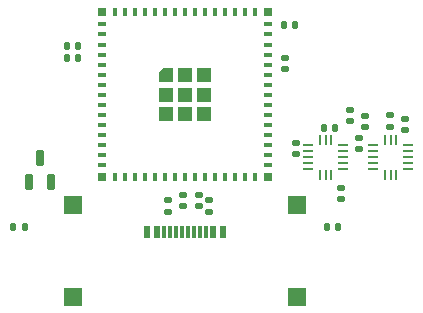
<source format=gbr>
%TF.GenerationSoftware,KiCad,Pcbnew,9.0.3*%
%TF.CreationDate,2025-07-29T21:31:59-06:00*%
%TF.ProjectId,AIOMeltyV3,41494f4d-656c-4747-9956-332e6b696361,rev?*%
%TF.SameCoordinates,Original*%
%TF.FileFunction,Paste,Top*%
%TF.FilePolarity,Positive*%
%FSLAX46Y46*%
G04 Gerber Fmt 4.6, Leading zero omitted, Abs format (unit mm)*
G04 Created by KiCad (PCBNEW 9.0.3) date 2025-07-29 21:31:59*
%MOMM*%
%LPD*%
G01*
G04 APERTURE LIST*
G04 Aperture macros list*
%AMRoundRect*
0 Rectangle with rounded corners*
0 $1 Rounding radius*
0 $2 $3 $4 $5 $6 $7 $8 $9 X,Y pos of 4 corners*
0 Add a 4 corners polygon primitive as box body*
4,1,4,$2,$3,$4,$5,$6,$7,$8,$9,$2,$3,0*
0 Add four circle primitives for the rounded corners*
1,1,$1+$1,$2,$3*
1,1,$1+$1,$4,$5*
1,1,$1+$1,$6,$7*
1,1,$1+$1,$8,$9*
0 Add four rect primitives between the rounded corners*
20,1,$1+$1,$2,$3,$4,$5,0*
20,1,$1+$1,$4,$5,$6,$7,0*
20,1,$1+$1,$6,$7,$8,$9,0*
20,1,$1+$1,$8,$9,$2,$3,0*%
%AMOutline5P*
0 Free polygon, 5 corners , with rotation*
0 The origin of the aperture is its center*
0 number of corners: always 5*
0 $1 to $10 corner X, Y*
0 $11 Rotation angle, in degrees counterclockwise*
0 create outline with 5 corners*
4,1,5,$1,$2,$3,$4,$5,$6,$7,$8,$9,$10,$1,$2,$11*%
%AMOutline6P*
0 Free polygon, 6 corners , with rotation*
0 The origin of the aperture is its center*
0 number of corners: always 6*
0 $1 to $12 corner X, Y*
0 $13 Rotation angle, in degrees counterclockwise*
0 create outline with 6 corners*
4,1,6,$1,$2,$3,$4,$5,$6,$7,$8,$9,$10,$11,$12,$1,$2,$13*%
%AMOutline7P*
0 Free polygon, 7 corners , with rotation*
0 The origin of the aperture is its center*
0 number of corners: always 7*
0 $1 to $14 corner X, Y*
0 $15 Rotation angle, in degrees counterclockwise*
0 create outline with 7 corners*
4,1,7,$1,$2,$3,$4,$5,$6,$7,$8,$9,$10,$11,$12,$13,$14,$1,$2,$15*%
%AMOutline8P*
0 Free polygon, 8 corners , with rotation*
0 The origin of the aperture is its center*
0 number of corners: always 8*
0 $1 to $16 corner X, Y*
0 $17 Rotation angle, in degrees counterclockwise*
0 create outline with 8 corners*
4,1,8,$1,$2,$3,$4,$5,$6,$7,$8,$9,$10,$11,$12,$13,$14,$15,$16,$1,$2,$17*%
G04 Aperture macros list end*
%ADD10R,1.500000X1.500000*%
%ADD11R,0.830000X0.270000*%
%ADD12R,0.270000X0.830000*%
%ADD13RoundRect,0.140000X0.170000X-0.140000X0.170000X0.140000X-0.170000X0.140000X-0.170000X-0.140000X0*%
%ADD14RoundRect,0.140000X-0.170000X0.140000X-0.170000X-0.140000X0.170000X-0.140000X0.170000X0.140000X0*%
%ADD15RoundRect,0.140000X0.140000X0.170000X-0.140000X0.170000X-0.140000X-0.170000X0.140000X-0.170000X0*%
%ADD16RoundRect,0.140000X-0.140000X-0.170000X0.140000X-0.170000X0.140000X0.170000X-0.140000X0.170000X0*%
%ADD17RoundRect,0.075000X0.225000X-0.575000X0.225000X0.575000X-0.225000X0.575000X-0.225000X-0.575000X0*%
%ADD18R,0.800000X0.400000*%
%ADD19R,0.400000X0.800000*%
%ADD20Outline5P,-0.600000X0.204000X-0.204000X0.600000X0.600000X0.600000X0.600000X-0.600000X-0.600000X-0.600000X0.000000*%
%ADD21R,1.200000X1.200000*%
%ADD22R,0.800000X0.800000*%
%ADD23R,0.600000X1.100000*%
%ADD24R,0.300000X1.100000*%
G04 APERTURE END LIST*
D10*
%TO.C,SW1*%
X143750000Y-114750000D03*
X143750000Y-106950000D03*
%TD*%
D11*
%TO.C,U1*%
X163680000Y-101950000D03*
X163680000Y-102450000D03*
X163680000Y-102950000D03*
X163680000Y-103450000D03*
X163680000Y-103950000D03*
D12*
X164650000Y-104420000D03*
X165150000Y-104420000D03*
X165650000Y-104420000D03*
D11*
X166620000Y-103950000D03*
X166620000Y-103450000D03*
X166620000Y-102950000D03*
X166620000Y-102450000D03*
X166620000Y-101950000D03*
D12*
X165650000Y-101480000D03*
X165150000Y-101480000D03*
X164650000Y-101480000D03*
%TD*%
D13*
%TO.C,R5*%
X167200000Y-99880000D03*
X167200000Y-98920000D03*
%TD*%
D14*
%TO.C,R2*%
X154400000Y-106100000D03*
X154400000Y-107060000D03*
%TD*%
D13*
%TO.C,R4*%
X151800000Y-107560000D03*
X151800000Y-106600000D03*
%TD*%
%TO.C,R3*%
X155300000Y-107560000D03*
X155300000Y-106600000D03*
%TD*%
D15*
%TO.C,C3*%
X144205000Y-93550000D03*
X143245000Y-93550000D03*
%TD*%
D13*
%TO.C,C2*%
X162650000Y-102680000D03*
X162650000Y-101720000D03*
%TD*%
D16*
%TO.C,R8*%
X165245000Y-108850000D03*
X166205000Y-108850000D03*
%TD*%
D13*
%TO.C,C5*%
X161700000Y-95480000D03*
X161700000Y-94520000D03*
%TD*%
%TO.C,R6*%
X168450000Y-100380000D03*
X168450000Y-99420000D03*
%TD*%
%TO.C,C12*%
X168000000Y-102260000D03*
X168000000Y-101300000D03*
%TD*%
D15*
%TO.C,R10*%
X162555000Y-91750000D03*
X161595000Y-91750000D03*
%TD*%
D17*
%TO.C,U4*%
X140000000Y-105037500D03*
X141900000Y-105037500D03*
X140950000Y-102987500D03*
%TD*%
D10*
%TO.C,SW2*%
X162750000Y-114750000D03*
X162750000Y-106950000D03*
%TD*%
D15*
%TO.C,R7*%
X139680000Y-108850000D03*
X138720000Y-108850000D03*
%TD*%
D13*
%TO.C,C4*%
X171850000Y-100630000D03*
X171850000Y-99670000D03*
%TD*%
D18*
%TO.C,U3*%
X146250000Y-91700000D03*
X146250000Y-92550000D03*
X146250000Y-93400000D03*
X146250000Y-94250000D03*
X146250000Y-95100000D03*
X146250000Y-95950000D03*
X146250000Y-96800000D03*
X146250000Y-97650000D03*
X146250000Y-98500000D03*
X146250000Y-99350000D03*
X146250000Y-100200000D03*
X146250000Y-101050000D03*
X146250000Y-101900000D03*
X146250000Y-102750000D03*
X146250000Y-103600000D03*
D19*
X147300000Y-104650000D03*
X148150000Y-104650000D03*
X149000000Y-104650000D03*
X149850000Y-104650000D03*
X150700000Y-104650000D03*
X151550000Y-104650000D03*
X152400000Y-104650000D03*
X153250000Y-104650000D03*
X154100000Y-104650000D03*
X154950000Y-104650000D03*
X155800000Y-104650000D03*
X156650000Y-104650000D03*
X157500000Y-104650000D03*
X158350000Y-104650000D03*
X159200000Y-104650000D03*
D18*
X160250000Y-103600000D03*
X160250000Y-102750000D03*
X160250000Y-101900000D03*
X160250000Y-101050000D03*
X160250000Y-100200000D03*
X160250000Y-99350000D03*
X160250000Y-98500000D03*
X160250000Y-97650000D03*
X160250000Y-96800000D03*
X160250000Y-95950000D03*
X160250000Y-95100000D03*
X160250000Y-94250000D03*
X160250000Y-93400000D03*
X160250000Y-92550000D03*
X160250000Y-91700000D03*
D19*
X159200000Y-90650000D03*
X158350000Y-90650000D03*
X157500000Y-90650000D03*
X156650000Y-90650000D03*
X155800000Y-90650000D03*
X154950000Y-90650000D03*
X154100000Y-90650000D03*
X153250000Y-90650000D03*
X152400000Y-90650000D03*
X151550000Y-90650000D03*
X150700000Y-90650000D03*
X149850000Y-90650000D03*
X149000000Y-90650000D03*
X148150000Y-90650000D03*
X147300000Y-90650000D03*
D20*
X151600000Y-96000000D03*
D21*
X151600000Y-97650000D03*
X151600000Y-99300000D03*
X153250000Y-96000000D03*
X153250000Y-97650000D03*
X153250000Y-99300000D03*
X154900000Y-96000000D03*
X154900000Y-97650000D03*
X154900000Y-99300000D03*
D22*
X146250000Y-90650000D03*
X146250000Y-104650000D03*
X160250000Y-104650000D03*
X160250000Y-90650000D03*
%TD*%
D11*
%TO.C,U2*%
X169180000Y-101950000D03*
X169180000Y-102450000D03*
X169180000Y-102950000D03*
X169180000Y-103450000D03*
X169180000Y-103950000D03*
D12*
X170150000Y-104420000D03*
X170650000Y-104420000D03*
X171150000Y-104420000D03*
D11*
X172120000Y-103950000D03*
X172120000Y-103450000D03*
X172120000Y-102950000D03*
X172120000Y-102450000D03*
X172120000Y-101950000D03*
D12*
X171150000Y-101480000D03*
X170650000Y-101480000D03*
X170150000Y-101480000D03*
%TD*%
D15*
%TO.C,C1*%
X165950000Y-100472500D03*
X164990000Y-100472500D03*
%TD*%
D16*
%TO.C,R9*%
X143245000Y-94500000D03*
X144205000Y-94500000D03*
%TD*%
D13*
%TO.C,R1*%
X153100000Y-107060000D03*
X153100000Y-106100000D03*
%TD*%
D23*
%TO.C,J1*%
X150050000Y-109287500D03*
X150850000Y-109287500D03*
D24*
X152000000Y-109287500D03*
X153000000Y-109287500D03*
X153500000Y-109287500D03*
X154500000Y-109287500D03*
D23*
X156450000Y-109287500D03*
X155650000Y-109287500D03*
D24*
X155000000Y-109287500D03*
X154000000Y-109287500D03*
X152500000Y-109287500D03*
X151500000Y-109287500D03*
%TD*%
D13*
%TO.C,C1*%
X166500000Y-106500000D03*
X166500000Y-105540000D03*
%TD*%
%TO.C,C13*%
X170600000Y-100360000D03*
X170600000Y-99400000D03*
%TD*%
M02*

</source>
